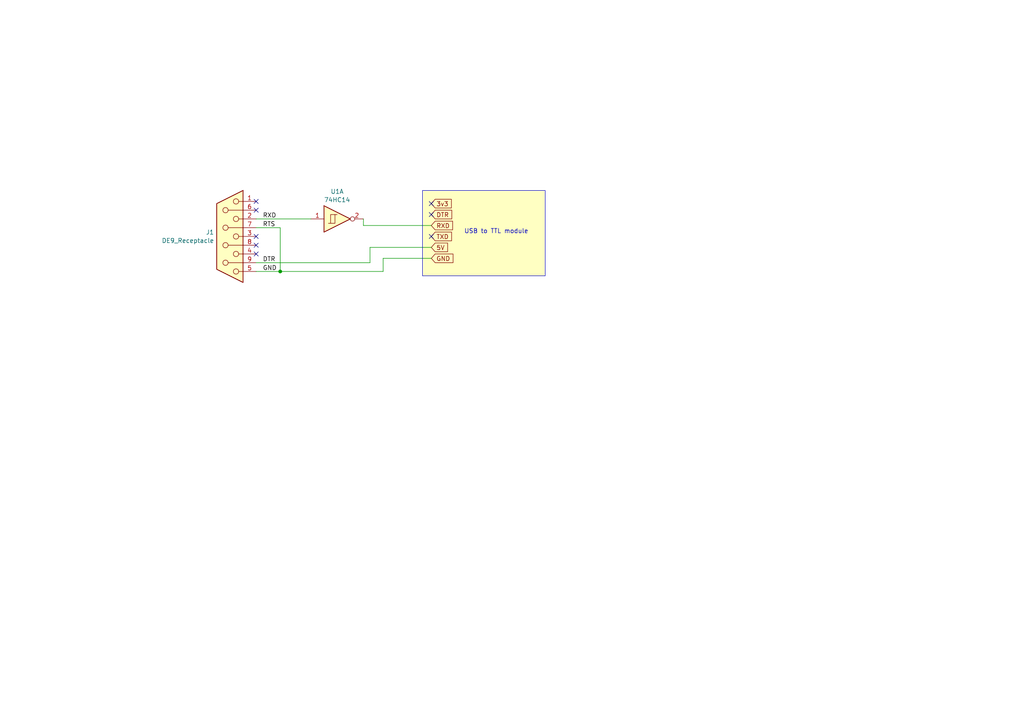
<source format=kicad_sch>
(kicad_sch (version 20230121) (generator eeschema)
  (paper "A4")
  (lib_symbols
    (symbol "74xx:74HC14" (pin_names (offset 1.016))
      (property "Reference" "U" (at 0 1.27 0))
      (property "Value" "74HC14" (at 0 -1.27 0))
      (symbol "74HC14_1_0"
        (polyline (pts (xy -3.81 3.81) (xy -3.81 -3.81) (xy 3.81 0) (xy -3.81 3.81)) (stroke (width 0.254)) (fill (type background)))
        (pin input line (at -7.62 0 0) (length 3.81) (name "~") (number "1"))
        (pin output inverted (at 7.62 0 180) (length 3.81) (name "~") (number "2"))
      )
      (symbol "74HC14_1_1"
        (polyline (pts (xy -1.905 -1.27) (xy -1.905 1.27) (xy -0.635 1.27)))
        (polyline (pts (xy -2.54 -1.27) (xy -0.635 -1.27) (xy -0.635 1.27) (xy 0 1.27)))
      )
      (symbol "74HC14_2_0"
        (polyline (pts (xy -3.81 3.81) (xy -3.81 -3.81) (xy 3.81 0) (xy -3.81 3.81)) (stroke (width 0.254)) (fill (type background)))
        (pin input line (at -7.62 0 0) (length 3.81) (name "~") (number "3"))
        (pin output inverted (at 7.62 0 180) (length 3.81) (name "~") (number "4"))
      )
      (symbol "74HC14_2_1"
        (polyline (pts (xy -1.905 -1.27) (xy -1.905 1.27) (xy -0.635 1.27)))
        (polyline (pts (xy -2.54 -1.27) (xy -0.635 -1.27) (xy -0.635 1.27) (xy 0 1.27)))
      )
      (symbol "74HC14_3_0"
        (polyline (pts (xy -3.81 3.81) (xy -3.81 -3.81) (xy 3.81 0) (xy -3.81 3.81)) (stroke (width 0.254)) (fill (type background)))
        (pin input line (at -7.62 0 0) (length 3.81) (name "~") (number "5"))
        (pin output inverted (at 7.62 0 180) (length 3.81) (name "~") (number "6"))
      )
      (symbol "74HC14_3_1"
        (polyline (pts (xy -1.905 -1.27) (xy -1.905 1.27) (xy -0.635 1.27)))
        (polyline (pts (xy -2.54 -1.27) (xy -0.635 -1.27) (xy -0.635 1.27) (xy 0 1.27)))
      )
      (symbol "74HC14_4_0"
        (polyline (pts (xy -3.81 3.81) (xy -3.81 -3.81) (xy 3.81 0) (xy -3.81 3.81)) (stroke (width 0.254)) (fill (type background)))
        (pin output inverted (at 7.62 0 180) (length 3.81) (name "~") (number "8"))
        (pin input line (at -7.62 0 0) (length 3.81) (name "~") (number "9"))
      )
      (symbol "74HC14_4_1"
        (polyline (pts (xy -1.905 -1.27) (xy -1.905 1.27) (xy -0.635 1.27)))
        (polyline (pts (xy -2.54 -1.27) (xy -0.635 -1.27) (xy -0.635 1.27) (xy 0 1.27)))
      )
      (symbol "74HC14_5_0"
        (polyline (pts (xy -3.81 3.81) (xy -3.81 -3.81) (xy 3.81 0) (xy -3.81 3.81)) (stroke (width 0.254)) (fill (type background)))
        (pin output inverted (at 7.62 0 180) (length 3.81) (name "~") (number "10"))
        (pin input line (at -7.62 0 0) (length 3.81) (name "~") (number "11"))
      )
      (symbol "74HC14_5_1"
        (polyline (pts (xy -1.905 -1.27) (xy -1.905 1.27) (xy -0.635 1.27)))
        (polyline (pts (xy -2.54 -1.27) (xy -0.635 -1.27) (xy -0.635 1.27) (xy 0 1.27)))
      )
      (symbol "74HC14_6_0"
        (polyline (pts (xy -3.81 3.81) (xy -3.81 -3.81) (xy 3.81 0) (xy -3.81 3.81)) (stroke (width 0.254)) (fill (type background)))
        (pin output inverted (at 7.62 0 180) (length 3.81) (name "~") (number "12"))
        (pin input line (at -7.62 0 0) (length 3.81) (name "~") (number "13"))
      )
      (symbol "74HC14_6_1"
        (polyline (pts (xy -1.905 -1.27) (xy -1.905 1.27) (xy -0.635 1.27)))
        (polyline (pts (xy -2.54 -1.27) (xy -0.635 -1.27) (xy -0.635 1.27) (xy 0 1.27)))
      )
      (symbol "74HC14_7_0"
        (pin power_in line (at 0 12.7 270) (length 5.08) (name "VCC") (number "14"))
        (pin power_in line (at 0 -12.7 90) (length 5.08) (name "GND") (number "7"))
      )
      (symbol "74HC14_7_1"
        (rectangle (start -5.08 7.62) (end 5.08 -7.62) (stroke (width 0.254)) (fill (type background)))
      )
    )
    (symbol "Connector:DE9_Receptacle" (pin_names (offset 1.016) hide)
      (property "Reference" "J" (at 0 13.97 0))
      (property "Value" "DE9_Receptacle" (at 0 -14.605 0))
      (symbol "DE9_Receptacle_0_1"
        (circle (center -1.778 -10.16) (radius 0.762))
        (circle (center -1.778 -5.08) (radius 0.762))
        (circle (center -1.778 0) (radius 0.762))
        (circle (center -1.778 5.08) (radius 0.762))
        (circle (center -1.778 10.16) (radius 0.762))
        (polyline (pts (xy -3.81 -10.16) (xy -2.54 -10.16)))
        (polyline (pts (xy -3.81 -7.62) (xy 0.508 -7.62)))
        (polyline (pts (xy -3.81 -5.08) (xy -2.54 -5.08)))
        (polyline (pts (xy -3.81 -2.54) (xy 0.508 -2.54)))
        (polyline (pts (xy -3.81 0) (xy -2.54 0)))
        (polyline (pts (xy -3.81 2.54) (xy 0.508 2.54)))
        (polyline (pts (xy -3.81 5.08) (xy -2.54 5.08)))
        (polyline (pts (xy -3.81 7.62) (xy 0.508 7.62)))
        (polyline (pts (xy -3.81 10.16) (xy -2.54 10.16)))
        (polyline (pts (xy -3.81 13.335) (xy -3.81 -13.335) (xy 3.81 -9.525) (xy 3.81 9.525) (xy -3.81 13.335)) (stroke (width 0.254)) (fill (type background)))
        (circle (center 1.27 -7.62) (radius 0.762))
        (circle (center 1.27 -2.54) (radius 0.762))
        (circle (center 1.27 2.54) (radius 0.762))
        (circle (center 1.27 7.62) (radius 0.762))
      )
      (symbol "DE9_Receptacle_1_1"
        (pin passive line (at -7.62 10.16 0) (length 3.81) (name "1") (number "1"))
        (pin passive line (at -7.62 5.08 0) (length 3.81) (name "2") (number "2"))
        (pin passive line (at -7.62 0 0) (length 3.81) (name "3") (number "3"))
        (pin passive line (at -7.62 -5.08 0) (length 3.81) (name "4") (number "4"))
        (pin passive line (at -7.62 -10.16 0) (length 3.81) (name "5") (number "5"))
        (pin passive line (at -7.62 7.62 0) (length 3.81) (name "6") (number "6"))
        (pin passive line (at -7.62 2.54 0) (length 3.81) (name "7") (number "7"))
        (pin passive line (at -7.62 -2.54 0) (length 3.81) (name "8") (number "8"))
        (pin passive line (at -7.62 -7.62 0) (length 3.81) (name "9") (number "9"))
      )
    )
  )
  (junction (at 81.28 78.74))
  (no_connect (at 74.295 58.42))
  (no_connect (at 74.295 68.58))
  (no_connect (at 125.095 68.58))
  (no_connect (at 125.095 62.23))
  (no_connect (at 74.295 71.12))
  (no_connect (at 74.295 60.96))
  (no_connect (at 125.095 59.055))
  (no_connect (at 74.295 73.66))
  (wire (pts (xy 111.125 78.74) (xy 111.125 74.93)))
  (wire (pts (xy 111.125 74.93) (xy 125.095 74.93)))
  (wire (pts (xy 74.295 76.2) (xy 107.315 76.2)))
  (wire (pts (xy 74.295 63.5) (xy 90.17 63.5)))
  (wire (pts (xy 107.315 76.2) (xy 107.315 71.755)))
  (wire (pts (xy 74.295 78.74) (xy 81.28 78.74)))
  (wire (pts (xy 105.41 65.405) (xy 125.095 65.405)))
  (wire (pts (xy 107.315 71.755) (xy 125.095 71.755)))
  (wire (pts (xy 105.41 63.5) (xy 105.41 65.405)))
  (wire (pts (xy 74.295 66.04) (xy 81.28 66.04)))
  (wire (pts (xy 81.28 78.74) (xy 111.125 78.74)))
  (wire (pts (xy 81.28 66.04) (xy 81.28 78.74)))
  (rectangle (start 122.555 55.245) (end 158.115 80.01) (fill (type color) (color 255 255 194 1)))
  (text "USB to TTL module\n" (at 134.62 67.945 0) (effects (font (size 1.27 1.27)) (justify left bottom)))
  (label "DTR" (at 76.2 76.2 0))
  (label "RTS" (at 76.2 66.04 0))
  (label "RXD" (at 76.2 63.5 0))
  (label "GND" (at 76.2 78.74 0))
  (global_label "TXD" (shape input) (at 125.095 68.58 0) (property "Intersheetrefs" "${INTERSHEET_REFS}" (effects hide)))
  (global_label "DTR" (shape input) (at 125.095 62.23 0) (property "Intersheetrefs" "${INTERSHEET_REFS}" (effects hide)))
  (global_label "3v3" (shape input) (at 125.095 59.055 0) (property "Intersheetrefs" "${INTERSHEET_REFS}" (effects hide)))
  (global_label "5V" (shape input) (at 125.095 71.755 0) (property "Intersheetrefs" "${INTERSHEET_REFS}" (effects hide)))
  (global_label "GND" (shape input) (at 125.095 74.93 0) (property "Intersheetrefs" "${INTERSHEET_REFS}" (effects hide)))
  (global_label "RXD" (shape input) (at 125.095 65.405 0) (property "Intersheetrefs" "${INTERSHEET_REFS}" (effects hide)))
  (symbol (lib_id "Connector:DE9_Receptacle") (at 66.675 68.58 0) (mirror y) (unit 1)
    (property "Reference" "J1" (at 62.103 67.3679 0) (effects (justify left)))
    (property "Value" "DE9_Receptacle" (at 62.103 69.7921 0) (effects (justify left)))
    (property "Datasheet" " ~" (effects hide))
  )
  (symbol (lib_id "74xx:74HC14") (at 97.79 63.5 0) (unit 1)
    (property "Reference" "U1" (at 97.79 55.5457 0))
    (property "Value" "74HC14" (at 97.79 57.9699 0))
    (property "Datasheet" "http://www.ti.com/lit/gpn/sn74HC14" (effects hide))
  )
)
</source>
